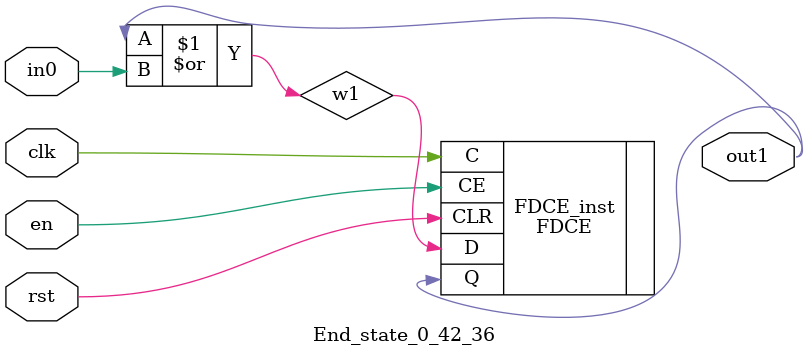
<source format=v>
module engine_0_42(out,clk,sod,en, in_3, in_4, in_5, in_6, in_7, in_8, in_10, in_14, in_15, in_16, in_17, in_18, in_22, in_29, in_30, in_35, in_36, in_37, in_38, in_41);
//pcre: /User-Agent\x3A[^\n\r]*Microsoft-Symbol-Server/iH
//block char: N[0], O[0], L[0], G[0], I[0], S[0], -[0], v[0], a[0], r[0], e[0], c[0], y[0], u[0], t[0], f[0], \x3A[8], [^\r\n][2], B[0], M[0], 

	input clk,sod,en;

	input in_3, in_4, in_5, in_6, in_7, in_8, in_10, in_14, in_15, in_16, in_17, in_18, in_22, in_29, in_30, in_35, in_36, in_37, in_38, in_41;
	output out;

	assign w0 = 1'b1;
	state_0_42_1 BlockState_0_42_1 (w1,in_29,clk,en,sod,w0);
	state_0_42_2 BlockState_0_42_2 (w2,in_8,clk,en,sod,w1);
	state_0_42_3 BlockState_0_42_3 (w3,in_17,clk,en,sod,w2);
	state_0_42_4 BlockState_0_42_4 (w4,in_16,clk,en,sod,w3);
	state_0_42_5 BlockState_0_42_5 (w5,in_10,clk,en,sod,w4);
	state_0_42_6 BlockState_0_42_6 (w6,in_15,clk,en,sod,w5);
	state_0_42_7 BlockState_0_42_7 (w7,in_6,clk,en,sod,w6);
	state_0_42_8 BlockState_0_42_8 (w8,in_17,clk,en,sod,w7);
	state_0_42_9 BlockState_0_42_9 (w9,in_3,clk,en,sod,w8);
	state_0_42_10 BlockState_0_42_10 (w10,in_30,clk,en,sod,w9);
	state_0_42_11 BlockState_0_42_11 (w11,in_36,clk,en,sod,w10);
	state_0_42_12 BlockState_0_42_12 (w12,in_37,clk,en,sod,w12,w11);
	state_0_42_13 BlockState_0_42_13 (w13,in_41,clk,en,sod,w11,w12);
	state_0_42_14 BlockState_0_42_14 (w14,in_7,clk,en,sod,w13);
	state_0_42_15 BlockState_0_42_15 (w15,in_18,clk,en,sod,w14);
	state_0_42_16 BlockState_0_42_16 (w16,in_16,clk,en,sod,w15);
	state_0_42_17 BlockState_0_42_17 (w17,in_4,clk,en,sod,w16);
	state_0_42_18 BlockState_0_42_18 (w18,in_8,clk,en,sod,w17);
	state_0_42_19 BlockState_0_42_19 (w19,in_4,clk,en,sod,w18);
	state_0_42_20 BlockState_0_42_20 (w20,in_35,clk,en,sod,w19);
	state_0_42_21 BlockState_0_42_21 (w21,in_30,clk,en,sod,w20);
	state_0_42_22 BlockState_0_42_22 (w22,in_10,clk,en,sod,w21);
	state_0_42_23 BlockState_0_42_23 (w23,in_8,clk,en,sod,w22);
	state_0_42_24 BlockState_0_42_24 (w24,in_22,clk,en,sod,w23);
	state_0_42_25 BlockState_0_42_25 (w25,in_41,clk,en,sod,w24);
	state_0_42_26 BlockState_0_42_26 (w26,in_38,clk,en,sod,w25);
	state_0_42_27 BlockState_0_42_27 (w27,in_4,clk,en,sod,w26);
	state_0_42_28 BlockState_0_42_28 (w28,in_5,clk,en,sod,w27);
	state_0_42_29 BlockState_0_42_29 (w29,in_10,clk,en,sod,w28);
	state_0_42_30 BlockState_0_42_30 (w30,in_8,clk,en,sod,w29);
	state_0_42_31 BlockState_0_42_31 (w31,in_17,clk,en,sod,w30);
	state_0_42_32 BlockState_0_42_32 (w32,in_16,clk,en,sod,w31);
	state_0_42_33 BlockState_0_42_33 (w33,in_14,clk,en,sod,w32);
	state_0_42_34 BlockState_0_42_34 (w34,in_17,clk,en,sod,w33);
	state_0_42_35 BlockState_0_42_35 (w35,in_16,clk,en,sod,w34);
	End_state_0_42_36 BlockState_0_42_36 (out,clk,en,sod,w35);
endmodule

module state_0_42_1(out1,in_char,clk,en,rst,in0);
	input in_char,clk,en,rst,in0;
	output out1;
	wire w1,w2;
	assign w1 = in0; 
	and(w2,in_char,w1);
	FDCE #(.INIT(1'b0)) FDCE_inst (
		.Q(out1),
		.C(clk),
		.CE(en),
		.CLR(rst),
		.D(w2)
);
endmodule

module state_0_42_2(out1,in_char,clk,en,rst,in0);
	input in_char,clk,en,rst,in0;
	output out1;
	wire w1,w2;
	assign w1 = in0; 
	and(w2,in_char,w1);
	FDCE #(.INIT(1'b0)) FDCE_inst (
		.Q(out1),
		.C(clk),
		.CE(en),
		.CLR(rst),
		.D(w2)
);
endmodule

module state_0_42_3(out1,in_char,clk,en,rst,in0);
	input in_char,clk,en,rst,in0;
	output out1;
	wire w1,w2;
	assign w1 = in0; 
	and(w2,in_char,w1);
	FDCE #(.INIT(1'b0)) FDCE_inst (
		.Q(out1),
		.C(clk),
		.CE(en),
		.CLR(rst),
		.D(w2)
);
endmodule

module state_0_42_4(out1,in_char,clk,en,rst,in0);
	input in_char,clk,en,rst,in0;
	output out1;
	wire w1,w2;
	assign w1 = in0; 
	and(w2,in_char,w1);
	FDCE #(.INIT(1'b0)) FDCE_inst (
		.Q(out1),
		.C(clk),
		.CE(en),
		.CLR(rst),
		.D(w2)
);
endmodule

module state_0_42_5(out1,in_char,clk,en,rst,in0);
	input in_char,clk,en,rst,in0;
	output out1;
	wire w1,w2;
	assign w1 = in0; 
	and(w2,in_char,w1);
	FDCE #(.INIT(1'b0)) FDCE_inst (
		.Q(out1),
		.C(clk),
		.CE(en),
		.CLR(rst),
		.D(w2)
);
endmodule

module state_0_42_6(out1,in_char,clk,en,rst,in0);
	input in_char,clk,en,rst,in0;
	output out1;
	wire w1,w2;
	assign w1 = in0; 
	and(w2,in_char,w1);
	FDCE #(.INIT(1'b0)) FDCE_inst (
		.Q(out1),
		.C(clk),
		.CE(en),
		.CLR(rst),
		.D(w2)
);
endmodule

module state_0_42_7(out1,in_char,clk,en,rst,in0);
	input in_char,clk,en,rst,in0;
	output out1;
	wire w1,w2;
	assign w1 = in0; 
	and(w2,in_char,w1);
	FDCE #(.INIT(1'b0)) FDCE_inst (
		.Q(out1),
		.C(clk),
		.CE(en),
		.CLR(rst),
		.D(w2)
);
endmodule

module state_0_42_8(out1,in_char,clk,en,rst,in0);
	input in_char,clk,en,rst,in0;
	output out1;
	wire w1,w2;
	assign w1 = in0; 
	and(w2,in_char,w1);
	FDCE #(.INIT(1'b0)) FDCE_inst (
		.Q(out1),
		.C(clk),
		.CE(en),
		.CLR(rst),
		.D(w2)
);
endmodule

module state_0_42_9(out1,in_char,clk,en,rst,in0);
	input in_char,clk,en,rst,in0;
	output out1;
	wire w1,w2;
	assign w1 = in0; 
	and(w2,in_char,w1);
	FDCE #(.INIT(1'b0)) FDCE_inst (
		.Q(out1),
		.C(clk),
		.CE(en),
		.CLR(rst),
		.D(w2)
);
endmodule

module state_0_42_10(out1,in_char,clk,en,rst,in0);
	input in_char,clk,en,rst,in0;
	output out1;
	wire w1,w2;
	assign w1 = in0; 
	and(w2,in_char,w1);
	FDCE #(.INIT(1'b0)) FDCE_inst (
		.Q(out1),
		.C(clk),
		.CE(en),
		.CLR(rst),
		.D(w2)
);
endmodule

module state_0_42_11(out1,in_char,clk,en,rst,in0);
	input in_char,clk,en,rst,in0;
	output out1;
	wire w1,w2;
	assign w1 = in0; 
	and(w2,in_char,w1);
	FDCE #(.INIT(1'b0)) FDCE_inst (
		.Q(out1),
		.C(clk),
		.CE(en),
		.CLR(rst),
		.D(w2)
);
endmodule

module state_0_42_12(out1,in_char,clk,en,rst,in0,in1);
	input in_char,clk,en,rst,in0,in1;
	output out1;
	wire w1,w2;
	or(w1,in0,in1);
	and(w2,in_char,w1);
	FDCE #(.INIT(1'b0)) FDCE_inst (
		.Q(out1),
		.C(clk),
		.CE(en),
		.CLR(rst),
		.D(w2)
);
endmodule

module state_0_42_13(out1,in_char,clk,en,rst,in0,in1);
	input in_char,clk,en,rst,in0,in1;
	output out1;
	wire w1,w2;
	or(w1,in0,in1);
	and(w2,in_char,w1);
	FDCE #(.INIT(1'b0)) FDCE_inst (
		.Q(out1),
		.C(clk),
		.CE(en),
		.CLR(rst),
		.D(w2)
);
endmodule

module state_0_42_14(out1,in_char,clk,en,rst,in0);
	input in_char,clk,en,rst,in0;
	output out1;
	wire w1,w2;
	assign w1 = in0; 
	and(w2,in_char,w1);
	FDCE #(.INIT(1'b0)) FDCE_inst (
		.Q(out1),
		.C(clk),
		.CE(en),
		.CLR(rst),
		.D(w2)
);
endmodule

module state_0_42_15(out1,in_char,clk,en,rst,in0);
	input in_char,clk,en,rst,in0;
	output out1;
	wire w1,w2;
	assign w1 = in0; 
	and(w2,in_char,w1);
	FDCE #(.INIT(1'b0)) FDCE_inst (
		.Q(out1),
		.C(clk),
		.CE(en),
		.CLR(rst),
		.D(w2)
);
endmodule

module state_0_42_16(out1,in_char,clk,en,rst,in0);
	input in_char,clk,en,rst,in0;
	output out1;
	wire w1,w2;
	assign w1 = in0; 
	and(w2,in_char,w1);
	FDCE #(.INIT(1'b0)) FDCE_inst (
		.Q(out1),
		.C(clk),
		.CE(en),
		.CLR(rst),
		.D(w2)
);
endmodule

module state_0_42_17(out1,in_char,clk,en,rst,in0);
	input in_char,clk,en,rst,in0;
	output out1;
	wire w1,w2;
	assign w1 = in0; 
	and(w2,in_char,w1);
	FDCE #(.INIT(1'b0)) FDCE_inst (
		.Q(out1),
		.C(clk),
		.CE(en),
		.CLR(rst),
		.D(w2)
);
endmodule

module state_0_42_18(out1,in_char,clk,en,rst,in0);
	input in_char,clk,en,rst,in0;
	output out1;
	wire w1,w2;
	assign w1 = in0; 
	and(w2,in_char,w1);
	FDCE #(.INIT(1'b0)) FDCE_inst (
		.Q(out1),
		.C(clk),
		.CE(en),
		.CLR(rst),
		.D(w2)
);
endmodule

module state_0_42_19(out1,in_char,clk,en,rst,in0);
	input in_char,clk,en,rst,in0;
	output out1;
	wire w1,w2;
	assign w1 = in0; 
	and(w2,in_char,w1);
	FDCE #(.INIT(1'b0)) FDCE_inst (
		.Q(out1),
		.C(clk),
		.CE(en),
		.CLR(rst),
		.D(w2)
);
endmodule

module state_0_42_20(out1,in_char,clk,en,rst,in0);
	input in_char,clk,en,rst,in0;
	output out1;
	wire w1,w2;
	assign w1 = in0; 
	and(w2,in_char,w1);
	FDCE #(.INIT(1'b0)) FDCE_inst (
		.Q(out1),
		.C(clk),
		.CE(en),
		.CLR(rst),
		.D(w2)
);
endmodule

module state_0_42_21(out1,in_char,clk,en,rst,in0);
	input in_char,clk,en,rst,in0;
	output out1;
	wire w1,w2;
	assign w1 = in0; 
	and(w2,in_char,w1);
	FDCE #(.INIT(1'b0)) FDCE_inst (
		.Q(out1),
		.C(clk),
		.CE(en),
		.CLR(rst),
		.D(w2)
);
endmodule

module state_0_42_22(out1,in_char,clk,en,rst,in0);
	input in_char,clk,en,rst,in0;
	output out1;
	wire w1,w2;
	assign w1 = in0; 
	and(w2,in_char,w1);
	FDCE #(.INIT(1'b0)) FDCE_inst (
		.Q(out1),
		.C(clk),
		.CE(en),
		.CLR(rst),
		.D(w2)
);
endmodule

module state_0_42_23(out1,in_char,clk,en,rst,in0);
	input in_char,clk,en,rst,in0;
	output out1;
	wire w1,w2;
	assign w1 = in0; 
	and(w2,in_char,w1);
	FDCE #(.INIT(1'b0)) FDCE_inst (
		.Q(out1),
		.C(clk),
		.CE(en),
		.CLR(rst),
		.D(w2)
);
endmodule

module state_0_42_24(out1,in_char,clk,en,rst,in0);
	input in_char,clk,en,rst,in0;
	output out1;
	wire w1,w2;
	assign w1 = in0; 
	and(w2,in_char,w1);
	FDCE #(.INIT(1'b0)) FDCE_inst (
		.Q(out1),
		.C(clk),
		.CE(en),
		.CLR(rst),
		.D(w2)
);
endmodule

module state_0_42_25(out1,in_char,clk,en,rst,in0);
	input in_char,clk,en,rst,in0;
	output out1;
	wire w1,w2;
	assign w1 = in0; 
	and(w2,in_char,w1);
	FDCE #(.INIT(1'b0)) FDCE_inst (
		.Q(out1),
		.C(clk),
		.CE(en),
		.CLR(rst),
		.D(w2)
);
endmodule

module state_0_42_26(out1,in_char,clk,en,rst,in0);
	input in_char,clk,en,rst,in0;
	output out1;
	wire w1,w2;
	assign w1 = in0; 
	and(w2,in_char,w1);
	FDCE #(.INIT(1'b0)) FDCE_inst (
		.Q(out1),
		.C(clk),
		.CE(en),
		.CLR(rst),
		.D(w2)
);
endmodule

module state_0_42_27(out1,in_char,clk,en,rst,in0);
	input in_char,clk,en,rst,in0;
	output out1;
	wire w1,w2;
	assign w1 = in0; 
	and(w2,in_char,w1);
	FDCE #(.INIT(1'b0)) FDCE_inst (
		.Q(out1),
		.C(clk),
		.CE(en),
		.CLR(rst),
		.D(w2)
);
endmodule

module state_0_42_28(out1,in_char,clk,en,rst,in0);
	input in_char,clk,en,rst,in0;
	output out1;
	wire w1,w2;
	assign w1 = in0; 
	and(w2,in_char,w1);
	FDCE #(.INIT(1'b0)) FDCE_inst (
		.Q(out1),
		.C(clk),
		.CE(en),
		.CLR(rst),
		.D(w2)
);
endmodule

module state_0_42_29(out1,in_char,clk,en,rst,in0);
	input in_char,clk,en,rst,in0;
	output out1;
	wire w1,w2;
	assign w1 = in0; 
	and(w2,in_char,w1);
	FDCE #(.INIT(1'b0)) FDCE_inst (
		.Q(out1),
		.C(clk),
		.CE(en),
		.CLR(rst),
		.D(w2)
);
endmodule

module state_0_42_30(out1,in_char,clk,en,rst,in0);
	input in_char,clk,en,rst,in0;
	output out1;
	wire w1,w2;
	assign w1 = in0; 
	and(w2,in_char,w1);
	FDCE #(.INIT(1'b0)) FDCE_inst (
		.Q(out1),
		.C(clk),
		.CE(en),
		.CLR(rst),
		.D(w2)
);
endmodule

module state_0_42_31(out1,in_char,clk,en,rst,in0);
	input in_char,clk,en,rst,in0;
	output out1;
	wire w1,w2;
	assign w1 = in0; 
	and(w2,in_char,w1);
	FDCE #(.INIT(1'b0)) FDCE_inst (
		.Q(out1),
		.C(clk),
		.CE(en),
		.CLR(rst),
		.D(w2)
);
endmodule

module state_0_42_32(out1,in_char,clk,en,rst,in0);
	input in_char,clk,en,rst,in0;
	output out1;
	wire w1,w2;
	assign w1 = in0; 
	and(w2,in_char,w1);
	FDCE #(.INIT(1'b0)) FDCE_inst (
		.Q(out1),
		.C(clk),
		.CE(en),
		.CLR(rst),
		.D(w2)
);
endmodule

module state_0_42_33(out1,in_char,clk,en,rst,in0);
	input in_char,clk,en,rst,in0;
	output out1;
	wire w1,w2;
	assign w1 = in0; 
	and(w2,in_char,w1);
	FDCE #(.INIT(1'b0)) FDCE_inst (
		.Q(out1),
		.C(clk),
		.CE(en),
		.CLR(rst),
		.D(w2)
);
endmodule

module state_0_42_34(out1,in_char,clk,en,rst,in0);
	input in_char,clk,en,rst,in0;
	output out1;
	wire w1,w2;
	assign w1 = in0; 
	and(w2,in_char,w1);
	FDCE #(.INIT(1'b0)) FDCE_inst (
		.Q(out1),
		.C(clk),
		.CE(en),
		.CLR(rst),
		.D(w2)
);
endmodule

module state_0_42_35(out1,in_char,clk,en,rst,in0);
	input in_char,clk,en,rst,in0;
	output out1;
	wire w1,w2;
	assign w1 = in0; 
	and(w2,in_char,w1);
	FDCE #(.INIT(1'b0)) FDCE_inst (
		.Q(out1),
		.C(clk),
		.CE(en),
		.CLR(rst),
		.D(w2)
);
endmodule

module End_state_0_42_36(out1,clk,en,rst,in0);
	input clk,rst,en,in0;
	output out1;
	wire w1;
	or(w1,out1,in0);
	FDCE #(.INIT(1'b0)) FDCE_inst (
		.Q(out1),
		.C(clk),
		.CE(en),
		.CLR(rst),
		.D(w1)
);
endmodule


</source>
